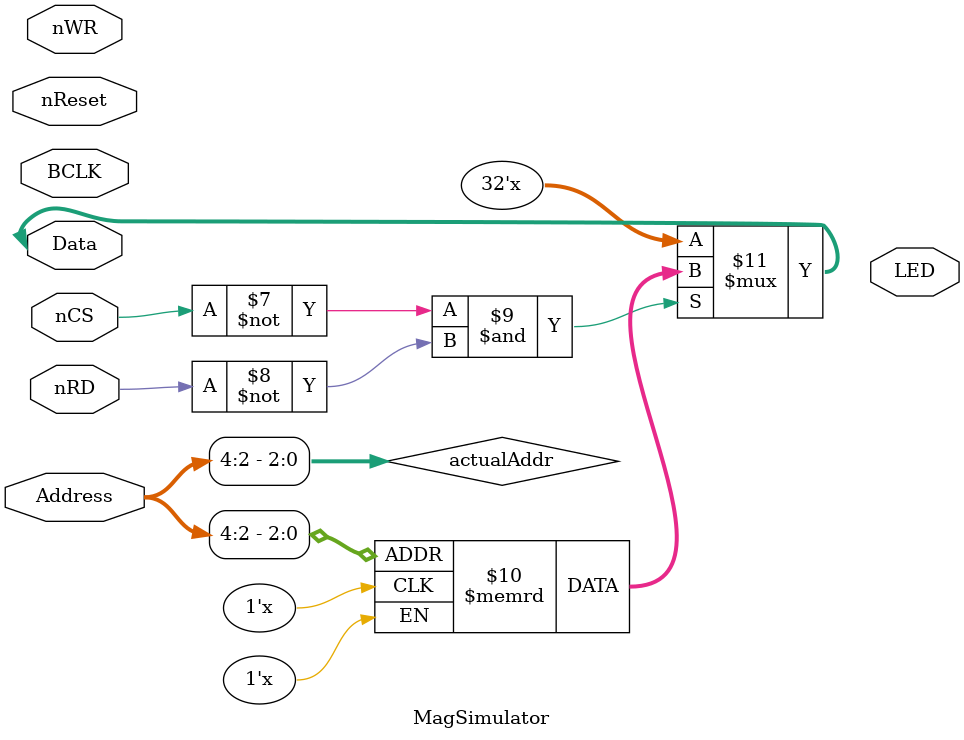
<source format=v>
module MagSimulator(
	input  wire nReset,

	input  wire BCLK,
	input  wire [9:0] Address,
	input  wire nCS,
	input  wire nRD,
	input  wire [3:0] nWR,
	inout  wire [31:0] Data,
	
	output wire [2:0] LED
);

integer i;

wire innerClk;
PLL pll(
	.inclk0(BCLK),
	.c0(innerClk));


reg [31:0] DataReg [0:7];
reg [31:0] ResultsReg [0:1];

wire [2:0] actualAddr;
assign actualAddr = (Address >> 2);
assign Data = (~nCS) & (~nRD) ? ResultsReg[actualAddr] : 32'bz;

always @(posedge BCLK or negedge nReset)
 begin
 
	if(~nReset)
	 begin
	 
		for(i = 0; i <= 7; i = i + 1)
		 DataReg[i] <= 32'h00000000;
	 
	 end
	else
	 begin
	 
		if(~nWR[0])
		 DataReg[actualAddr][7:0] <= Data[7:0];
		
		if(~nWR[1])
		 DataReg[actualAddr][15:8] <= Data[15:8];
		 
		if(~nWR[2])
		 DataReg[actualAddr][23:16] <= Data[23:16];
		 
		if(~nWR[3])
		 DataReg[actualAddr][31:24] <= Data[31:24];
	 
	 end
 
 end



wire [63:0] mult_result;

MULT mult_inst (
		.clk    (innerClk),
		.areset (res_n),
		.a      (64'h4019_21FB_5444_2D18),
		.b      ({DataReg[1], DataReg[0]}),
		.q      (mult_result)
	);

DIV div_inst (
		.clk    (innerClk),
		.areset (res_n),
		.a      ({DataReg[3], DataReg[2]}),
		.b      (mult_result),
		.q      ()
	);


endmodule

</source>
